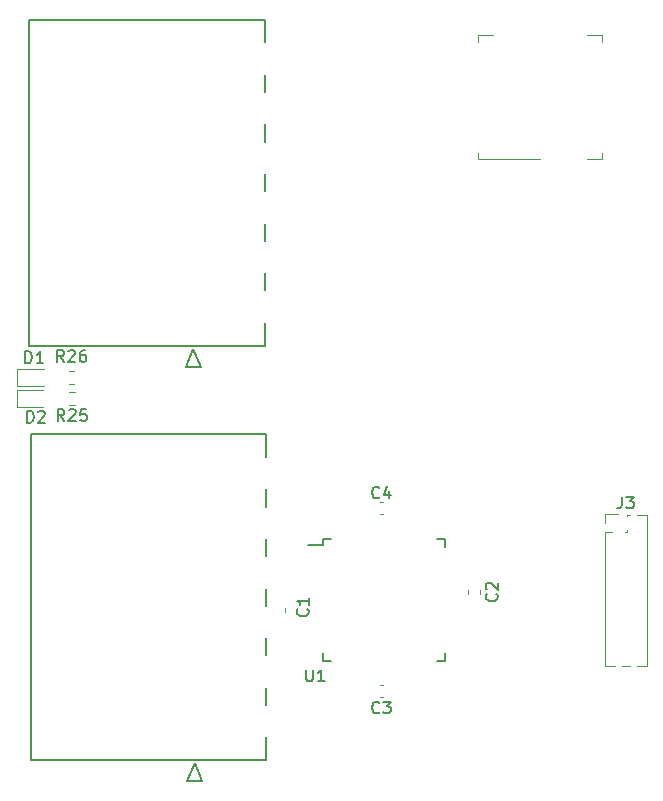
<source format=gbr>
%TF.GenerationSoftware,KiCad,Pcbnew,7.0.10*%
%TF.CreationDate,2024-02-20T17:57:48-08:00*%
%TF.ProjectId,HarnessTesterAll,4861726e-6573-4735-9465-73746572416c,rev?*%
%TF.SameCoordinates,Original*%
%TF.FileFunction,Legend,Top*%
%TF.FilePolarity,Positive*%
%FSLAX46Y46*%
G04 Gerber Fmt 4.6, Leading zero omitted, Abs format (unit mm)*
G04 Created by KiCad (PCBNEW 7.0.10) date 2024-02-20 17:57:48*
%MOMM*%
%LPD*%
G01*
G04 APERTURE LIST*
%ADD10C,0.150000*%
%ADD11C,0.120000*%
%ADD12C,0.127000*%
G04 APERTURE END LIST*
D10*
X91736982Y-92022546D02*
X91403649Y-91546355D01*
X91165554Y-92022546D02*
X91165554Y-91022546D01*
X91165554Y-91022546D02*
X91546506Y-91022546D01*
X91546506Y-91022546D02*
X91641744Y-91070165D01*
X91641744Y-91070165D02*
X91689363Y-91117784D01*
X91689363Y-91117784D02*
X91736982Y-91213022D01*
X91736982Y-91213022D02*
X91736982Y-91355879D01*
X91736982Y-91355879D02*
X91689363Y-91451117D01*
X91689363Y-91451117D02*
X91641744Y-91498736D01*
X91641744Y-91498736D02*
X91546506Y-91546355D01*
X91546506Y-91546355D02*
X91165554Y-91546355D01*
X92117935Y-91117784D02*
X92165554Y-91070165D01*
X92165554Y-91070165D02*
X92260792Y-91022546D01*
X92260792Y-91022546D02*
X92498887Y-91022546D01*
X92498887Y-91022546D02*
X92594125Y-91070165D01*
X92594125Y-91070165D02*
X92641744Y-91117784D01*
X92641744Y-91117784D02*
X92689363Y-91213022D01*
X92689363Y-91213022D02*
X92689363Y-91308260D01*
X92689363Y-91308260D02*
X92641744Y-91451117D01*
X92641744Y-91451117D02*
X92070316Y-92022546D01*
X92070316Y-92022546D02*
X92689363Y-92022546D01*
X93546506Y-91022546D02*
X93356030Y-91022546D01*
X93356030Y-91022546D02*
X93260792Y-91070165D01*
X93260792Y-91070165D02*
X93213173Y-91117784D01*
X93213173Y-91117784D02*
X93117935Y-91260641D01*
X93117935Y-91260641D02*
X93070316Y-91451117D01*
X93070316Y-91451117D02*
X93070316Y-91832069D01*
X93070316Y-91832069D02*
X93117935Y-91927307D01*
X93117935Y-91927307D02*
X93165554Y-91974927D01*
X93165554Y-91974927D02*
X93260792Y-92022546D01*
X93260792Y-92022546D02*
X93451268Y-92022546D01*
X93451268Y-92022546D02*
X93546506Y-91974927D01*
X93546506Y-91974927D02*
X93594125Y-91927307D01*
X93594125Y-91927307D02*
X93641744Y-91832069D01*
X93641744Y-91832069D02*
X93641744Y-91593974D01*
X93641744Y-91593974D02*
X93594125Y-91498736D01*
X93594125Y-91498736D02*
X93546506Y-91451117D01*
X93546506Y-91451117D02*
X93451268Y-91403498D01*
X93451268Y-91403498D02*
X93260792Y-91403498D01*
X93260792Y-91403498D02*
X93165554Y-91451117D01*
X93165554Y-91451117D02*
X93117935Y-91498736D01*
X93117935Y-91498736D02*
X93070316Y-91593974D01*
X138985666Y-103423819D02*
X138985666Y-104138104D01*
X138985666Y-104138104D02*
X138938047Y-104280961D01*
X138938047Y-104280961D02*
X138842809Y-104376200D01*
X138842809Y-104376200D02*
X138699952Y-104423819D01*
X138699952Y-104423819D02*
X138604714Y-104423819D01*
X139366619Y-103423819D02*
X139985666Y-103423819D01*
X139985666Y-103423819D02*
X139652333Y-103804771D01*
X139652333Y-103804771D02*
X139795190Y-103804771D01*
X139795190Y-103804771D02*
X139890428Y-103852390D01*
X139890428Y-103852390D02*
X139938047Y-103900009D01*
X139938047Y-103900009D02*
X139985666Y-103995247D01*
X139985666Y-103995247D02*
X139985666Y-104233342D01*
X139985666Y-104233342D02*
X139938047Y-104328580D01*
X139938047Y-104328580D02*
X139890428Y-104376200D01*
X139890428Y-104376200D02*
X139795190Y-104423819D01*
X139795190Y-104423819D02*
X139509476Y-104423819D01*
X139509476Y-104423819D02*
X139414238Y-104376200D01*
X139414238Y-104376200D02*
X139366619Y-104328580D01*
X118451333Y-103483580D02*
X118403714Y-103531200D01*
X118403714Y-103531200D02*
X118260857Y-103578819D01*
X118260857Y-103578819D02*
X118165619Y-103578819D01*
X118165619Y-103578819D02*
X118022762Y-103531200D01*
X118022762Y-103531200D02*
X117927524Y-103435961D01*
X117927524Y-103435961D02*
X117879905Y-103340723D01*
X117879905Y-103340723D02*
X117832286Y-103150247D01*
X117832286Y-103150247D02*
X117832286Y-103007390D01*
X117832286Y-103007390D02*
X117879905Y-102816914D01*
X117879905Y-102816914D02*
X117927524Y-102721676D01*
X117927524Y-102721676D02*
X118022762Y-102626438D01*
X118022762Y-102626438D02*
X118165619Y-102578819D01*
X118165619Y-102578819D02*
X118260857Y-102578819D01*
X118260857Y-102578819D02*
X118403714Y-102626438D01*
X118403714Y-102626438D02*
X118451333Y-102674057D01*
X119308476Y-102912152D02*
X119308476Y-103578819D01*
X119070381Y-102531200D02*
X118832286Y-103245485D01*
X118832286Y-103245485D02*
X119451333Y-103245485D01*
X112373580Y-112942666D02*
X112421200Y-112990285D01*
X112421200Y-112990285D02*
X112468819Y-113133142D01*
X112468819Y-113133142D02*
X112468819Y-113228380D01*
X112468819Y-113228380D02*
X112421200Y-113371237D01*
X112421200Y-113371237D02*
X112325961Y-113466475D01*
X112325961Y-113466475D02*
X112230723Y-113514094D01*
X112230723Y-113514094D02*
X112040247Y-113561713D01*
X112040247Y-113561713D02*
X111897390Y-113561713D01*
X111897390Y-113561713D02*
X111706914Y-113514094D01*
X111706914Y-113514094D02*
X111611676Y-113466475D01*
X111611676Y-113466475D02*
X111516438Y-113371237D01*
X111516438Y-113371237D02*
X111468819Y-113228380D01*
X111468819Y-113228380D02*
X111468819Y-113133142D01*
X111468819Y-113133142D02*
X111516438Y-112990285D01*
X111516438Y-112990285D02*
X111564057Y-112942666D01*
X112468819Y-111990285D02*
X112468819Y-112561713D01*
X112468819Y-112275999D02*
X111468819Y-112275999D01*
X111468819Y-112275999D02*
X111611676Y-112371237D01*
X111611676Y-112371237D02*
X111706914Y-112466475D01*
X111706914Y-112466475D02*
X111754533Y-112561713D01*
X88621904Y-97155819D02*
X88621904Y-96155819D01*
X88621904Y-96155819D02*
X88859999Y-96155819D01*
X88859999Y-96155819D02*
X89002856Y-96203438D01*
X89002856Y-96203438D02*
X89098094Y-96298676D01*
X89098094Y-96298676D02*
X89145713Y-96393914D01*
X89145713Y-96393914D02*
X89193332Y-96584390D01*
X89193332Y-96584390D02*
X89193332Y-96727247D01*
X89193332Y-96727247D02*
X89145713Y-96917723D01*
X89145713Y-96917723D02*
X89098094Y-97012961D01*
X89098094Y-97012961D02*
X89002856Y-97108200D01*
X89002856Y-97108200D02*
X88859999Y-97155819D01*
X88859999Y-97155819D02*
X88621904Y-97155819D01*
X89574285Y-96251057D02*
X89621904Y-96203438D01*
X89621904Y-96203438D02*
X89717142Y-96155819D01*
X89717142Y-96155819D02*
X89955237Y-96155819D01*
X89955237Y-96155819D02*
X90050475Y-96203438D01*
X90050475Y-96203438D02*
X90098094Y-96251057D01*
X90098094Y-96251057D02*
X90145713Y-96346295D01*
X90145713Y-96346295D02*
X90145713Y-96441533D01*
X90145713Y-96441533D02*
X90098094Y-96584390D01*
X90098094Y-96584390D02*
X89526666Y-97155819D01*
X89526666Y-97155819D02*
X90145713Y-97155819D01*
X128375580Y-111659666D02*
X128423200Y-111707285D01*
X128423200Y-111707285D02*
X128470819Y-111850142D01*
X128470819Y-111850142D02*
X128470819Y-111945380D01*
X128470819Y-111945380D02*
X128423200Y-112088237D01*
X128423200Y-112088237D02*
X128327961Y-112183475D01*
X128327961Y-112183475D02*
X128232723Y-112231094D01*
X128232723Y-112231094D02*
X128042247Y-112278713D01*
X128042247Y-112278713D02*
X127899390Y-112278713D01*
X127899390Y-112278713D02*
X127708914Y-112231094D01*
X127708914Y-112231094D02*
X127613676Y-112183475D01*
X127613676Y-112183475D02*
X127518438Y-112088237D01*
X127518438Y-112088237D02*
X127470819Y-111945380D01*
X127470819Y-111945380D02*
X127470819Y-111850142D01*
X127470819Y-111850142D02*
X127518438Y-111707285D01*
X127518438Y-111707285D02*
X127566057Y-111659666D01*
X127566057Y-111278713D02*
X127518438Y-111231094D01*
X127518438Y-111231094D02*
X127470819Y-111135856D01*
X127470819Y-111135856D02*
X127470819Y-110897761D01*
X127470819Y-110897761D02*
X127518438Y-110802523D01*
X127518438Y-110802523D02*
X127566057Y-110754904D01*
X127566057Y-110754904D02*
X127661295Y-110707285D01*
X127661295Y-110707285D02*
X127756533Y-110707285D01*
X127756533Y-110707285D02*
X127899390Y-110754904D01*
X127899390Y-110754904D02*
X128470819Y-111326332D01*
X128470819Y-111326332D02*
X128470819Y-110707285D01*
X88479745Y-92116546D02*
X88479745Y-91116546D01*
X88479745Y-91116546D02*
X88717840Y-91116546D01*
X88717840Y-91116546D02*
X88860697Y-91164165D01*
X88860697Y-91164165D02*
X88955935Y-91259403D01*
X88955935Y-91259403D02*
X89003554Y-91354641D01*
X89003554Y-91354641D02*
X89051173Y-91545117D01*
X89051173Y-91545117D02*
X89051173Y-91687974D01*
X89051173Y-91687974D02*
X89003554Y-91878450D01*
X89003554Y-91878450D02*
X88955935Y-91973688D01*
X88955935Y-91973688D02*
X88860697Y-92068927D01*
X88860697Y-92068927D02*
X88717840Y-92116546D01*
X88717840Y-92116546D02*
X88479745Y-92116546D01*
X90003554Y-92116546D02*
X89432126Y-92116546D01*
X89717840Y-92116546D02*
X89717840Y-91116546D01*
X89717840Y-91116546D02*
X89622602Y-91259403D01*
X89622602Y-91259403D02*
X89527364Y-91354641D01*
X89527364Y-91354641D02*
X89432126Y-91402260D01*
X118451333Y-121677580D02*
X118403714Y-121725200D01*
X118403714Y-121725200D02*
X118260857Y-121772819D01*
X118260857Y-121772819D02*
X118165619Y-121772819D01*
X118165619Y-121772819D02*
X118022762Y-121725200D01*
X118022762Y-121725200D02*
X117927524Y-121629961D01*
X117927524Y-121629961D02*
X117879905Y-121534723D01*
X117879905Y-121534723D02*
X117832286Y-121344247D01*
X117832286Y-121344247D02*
X117832286Y-121201390D01*
X117832286Y-121201390D02*
X117879905Y-121010914D01*
X117879905Y-121010914D02*
X117927524Y-120915676D01*
X117927524Y-120915676D02*
X118022762Y-120820438D01*
X118022762Y-120820438D02*
X118165619Y-120772819D01*
X118165619Y-120772819D02*
X118260857Y-120772819D01*
X118260857Y-120772819D02*
X118403714Y-120820438D01*
X118403714Y-120820438D02*
X118451333Y-120868057D01*
X118784667Y-120772819D02*
X119403714Y-120772819D01*
X119403714Y-120772819D02*
X119070381Y-121153771D01*
X119070381Y-121153771D02*
X119213238Y-121153771D01*
X119213238Y-121153771D02*
X119308476Y-121201390D01*
X119308476Y-121201390D02*
X119356095Y-121249009D01*
X119356095Y-121249009D02*
X119403714Y-121344247D01*
X119403714Y-121344247D02*
X119403714Y-121582342D01*
X119403714Y-121582342D02*
X119356095Y-121677580D01*
X119356095Y-121677580D02*
X119308476Y-121725200D01*
X119308476Y-121725200D02*
X119213238Y-121772819D01*
X119213238Y-121772819D02*
X118927524Y-121772819D01*
X118927524Y-121772819D02*
X118832286Y-121725200D01*
X118832286Y-121725200D02*
X118784667Y-121677580D01*
X91790641Y-97007819D02*
X91457308Y-96531628D01*
X91219213Y-97007819D02*
X91219213Y-96007819D01*
X91219213Y-96007819D02*
X91600165Y-96007819D01*
X91600165Y-96007819D02*
X91695403Y-96055438D01*
X91695403Y-96055438D02*
X91743022Y-96103057D01*
X91743022Y-96103057D02*
X91790641Y-96198295D01*
X91790641Y-96198295D02*
X91790641Y-96341152D01*
X91790641Y-96341152D02*
X91743022Y-96436390D01*
X91743022Y-96436390D02*
X91695403Y-96484009D01*
X91695403Y-96484009D02*
X91600165Y-96531628D01*
X91600165Y-96531628D02*
X91219213Y-96531628D01*
X92171594Y-96103057D02*
X92219213Y-96055438D01*
X92219213Y-96055438D02*
X92314451Y-96007819D01*
X92314451Y-96007819D02*
X92552546Y-96007819D01*
X92552546Y-96007819D02*
X92647784Y-96055438D01*
X92647784Y-96055438D02*
X92695403Y-96103057D01*
X92695403Y-96103057D02*
X92743022Y-96198295D01*
X92743022Y-96198295D02*
X92743022Y-96293533D01*
X92743022Y-96293533D02*
X92695403Y-96436390D01*
X92695403Y-96436390D02*
X92123975Y-97007819D01*
X92123975Y-97007819D02*
X92743022Y-97007819D01*
X93647784Y-96007819D02*
X93171594Y-96007819D01*
X93171594Y-96007819D02*
X93123975Y-96484009D01*
X93123975Y-96484009D02*
X93171594Y-96436390D01*
X93171594Y-96436390D02*
X93266832Y-96388771D01*
X93266832Y-96388771D02*
X93504927Y-96388771D01*
X93504927Y-96388771D02*
X93600165Y-96436390D01*
X93600165Y-96436390D02*
X93647784Y-96484009D01*
X93647784Y-96484009D02*
X93695403Y-96579247D01*
X93695403Y-96579247D02*
X93695403Y-96817342D01*
X93695403Y-96817342D02*
X93647784Y-96912580D01*
X93647784Y-96912580D02*
X93600165Y-96960200D01*
X93600165Y-96960200D02*
X93504927Y-97007819D01*
X93504927Y-97007819D02*
X93266832Y-97007819D01*
X93266832Y-97007819D02*
X93171594Y-96960200D01*
X93171594Y-96960200D02*
X93123975Y-96912580D01*
X112268095Y-118072819D02*
X112268095Y-118882342D01*
X112268095Y-118882342D02*
X112315714Y-118977580D01*
X112315714Y-118977580D02*
X112363333Y-119025200D01*
X112363333Y-119025200D02*
X112458571Y-119072819D01*
X112458571Y-119072819D02*
X112649047Y-119072819D01*
X112649047Y-119072819D02*
X112744285Y-119025200D01*
X112744285Y-119025200D02*
X112791904Y-118977580D01*
X112791904Y-118977580D02*
X112839523Y-118882342D01*
X112839523Y-118882342D02*
X112839523Y-118072819D01*
X113839523Y-119072819D02*
X113268095Y-119072819D01*
X113553809Y-119072819D02*
X113553809Y-118072819D01*
X113553809Y-118072819D02*
X113458571Y-118215676D01*
X113458571Y-118215676D02*
X113363333Y-118310914D01*
X113363333Y-118310914D02*
X113268095Y-118358533D01*
D11*
%TO.C,R26*%
X92617098Y-93868227D02*
X92142582Y-93868227D01*
X92617098Y-92823227D02*
X92142582Y-92823227D01*
D12*
%TO.C,J2*%
X108882498Y-98137030D02*
X88947499Y-98137030D01*
X88947499Y-98137030D02*
X88947499Y-125736975D01*
X108882498Y-100070500D02*
X108882498Y-98137030D01*
X108882498Y-104270499D02*
X108882498Y-102803506D01*
X108882498Y-108470498D02*
X108882498Y-107003505D01*
X108882498Y-112670497D02*
X108882498Y-111203504D01*
X108882498Y-116870497D02*
X108882498Y-115403504D01*
X108882498Y-121070496D02*
X108882498Y-119603503D01*
X108882498Y-125736975D02*
X108882498Y-123803502D01*
X88947499Y-125736975D02*
X108882498Y-125736975D01*
X102847499Y-125990975D02*
X103482499Y-127514975D01*
X103482499Y-127514975D02*
X102212499Y-127514975D01*
X102212499Y-127514975D02*
X102847499Y-125990975D01*
D11*
%TO.C,SW1*%
X126830000Y-74846000D02*
X132080000Y-74846000D01*
X137330000Y-74846000D02*
X136080000Y-74846000D01*
X126830000Y-74296000D02*
X126830000Y-74846000D01*
X137330000Y-74296000D02*
X137330000Y-74846000D01*
X126830000Y-64896000D02*
X126830000Y-64346000D01*
X137330000Y-64896000D02*
X137330000Y-64346000D01*
X126830000Y-64346000D02*
X128080000Y-64346000D01*
X137330000Y-64346000D02*
X136080000Y-64346000D01*
%TO.C,J3*%
X137554000Y-104904000D02*
X138684000Y-104904000D01*
X137554000Y-105664000D02*
X137554000Y-104904000D01*
X137554000Y-106424000D02*
X137554000Y-117789000D01*
X137554000Y-106424000D02*
X138120529Y-106424000D01*
X137554000Y-117789000D02*
X138376470Y-117789000D01*
X138991530Y-117789000D02*
X139646470Y-117789000D01*
X139247471Y-106424000D02*
X139390529Y-106424000D01*
X139444000Y-104969000D02*
X139646470Y-104969000D01*
X139444000Y-105100529D02*
X139444000Y-104969000D01*
X139444000Y-106370529D02*
X139444000Y-106227471D01*
X140261530Y-104969000D02*
X141084000Y-104969000D01*
X140261530Y-117789000D02*
X141084000Y-117789000D01*
X141084000Y-104969000D02*
X141084000Y-117789000D01*
%TO.C,C4*%
X118477420Y-103884000D02*
X118758580Y-103884000D01*
X118477420Y-104904000D02*
X118758580Y-104904000D01*
%TO.C,C1*%
X111508000Y-112889420D02*
X111508000Y-113170580D01*
X110488000Y-112889420D02*
X110488000Y-113170580D01*
%TO.C,D2*%
X87735999Y-94388000D02*
X87735999Y-95858000D01*
X87735999Y-95858000D02*
X90020999Y-95858000D01*
X90020999Y-94388000D02*
X87735999Y-94388000D01*
%TO.C,C2*%
X125982000Y-111633580D02*
X125982000Y-111352420D01*
X127002000Y-111633580D02*
X127002000Y-111352420D01*
%TO.C,D1*%
X87758340Y-92610727D02*
X87758340Y-94080727D01*
X87758340Y-94080727D02*
X90043340Y-94080727D01*
X90043340Y-92610727D02*
X87758340Y-92610727D01*
%TO.C,C3*%
X118758580Y-120398000D02*
X118477420Y-120398000D01*
X118758580Y-119378000D02*
X118477420Y-119378000D01*
%TO.C,R25*%
X92670757Y-95645500D02*
X92196241Y-95645500D01*
X92670757Y-94600500D02*
X92196241Y-94600500D01*
D12*
%TO.C,J1*%
X108750998Y-63035028D02*
X88815999Y-63035028D01*
X88815999Y-63035028D02*
X88815999Y-90634973D01*
X108750998Y-64968498D02*
X108750998Y-63035028D01*
X108750998Y-69168497D02*
X108750998Y-67701504D01*
X108750998Y-73368496D02*
X108750998Y-71901503D01*
X108750998Y-77568495D02*
X108750998Y-76101502D01*
X108750998Y-81768495D02*
X108750998Y-80301502D01*
X108750998Y-85968494D02*
X108750998Y-84501501D01*
X108750998Y-90634973D02*
X108750998Y-88701500D01*
X88815999Y-90634973D02*
X108750998Y-90634973D01*
X102715999Y-90888973D02*
X103350999Y-92412973D01*
X103350999Y-92412973D02*
X102080999Y-92412973D01*
X102080999Y-92412973D02*
X102715999Y-90888973D01*
D10*
%TO.C,U1*%
X113697000Y-106981000D02*
X113697000Y-107556000D01*
X113697000Y-106981000D02*
X114372000Y-106981000D01*
X113697000Y-107556000D02*
X112422000Y-107556000D01*
X113697000Y-117331000D02*
X113697000Y-116656000D01*
X113697000Y-117331000D02*
X114372000Y-117331000D01*
X124047000Y-106981000D02*
X123372000Y-106981000D01*
X124047000Y-106981000D02*
X124047000Y-107656000D01*
X124047000Y-117331000D02*
X123372000Y-117331000D01*
X124047000Y-117331000D02*
X124047000Y-116656000D01*
%TD*%
M02*

</source>
